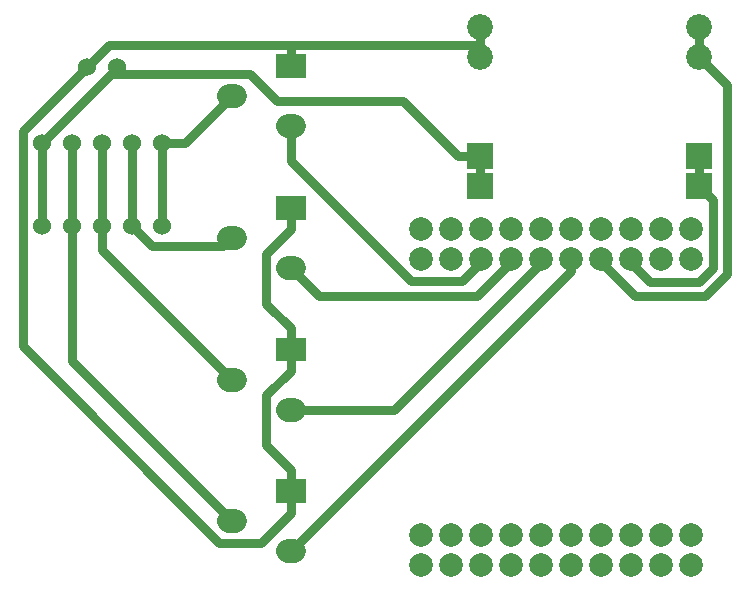
<source format=gbl>
G04 Layer: BottomLayer*
G04 EasyEDA v6.4.25, 2021-10-28T21:29:07+02:00*
G04 1e849160e92242f7ba3bdc0c984c9892,d4fee26373094fa09ce5a0d27c2d2193,10*
G04 Gerber Generator version 0.2*
G04 Scale: 100 percent, Rotated: No, Reflected: No *
G04 Dimensions in millimeters *
G04 leading zeros omitted , absolute positions ,4 integer and 5 decimal *
%FSLAX45Y45*%
%MOMM*%

%ADD11C,2.0000*%
%ADD12C,1.5240*%
%ADD14R,2.1840X2.1840*%
%ADD15C,2.1840*%
%ADD16C,0.8000*%

%LPD*%
D16*
X2499995Y-1053998D02*
G01*
X2499995Y-1348486D01*
X3518255Y-2366746D01*
X3944747Y-2366746D01*
X4107611Y-2203881D01*
X4107611Y-2180589D01*
X2499995Y-4653991D02*
G01*
X4869611Y-2284374D01*
X4869611Y-2180589D01*
X5952109Y-216001D02*
G01*
X5952109Y-470001D01*
X5123611Y-2180589D02*
G01*
X5123611Y-2204973D01*
X5414238Y-2495600D01*
X6004610Y-2495600D01*
X6192647Y-2307564D01*
X6192647Y-710539D01*
X5952109Y-470001D01*
X5952109Y-1305991D02*
G01*
X5952109Y-1559991D01*
X5952109Y-1559991D02*
G01*
X6071844Y-1679727D01*
X6071844Y-2258288D01*
X5954801Y-2375331D01*
X5541568Y-2375331D01*
X5377611Y-2211374D01*
X5377611Y-2180589D01*
X4102100Y-1559991D02*
G01*
X4102100Y-1306093D01*
X1026998Y-549986D02*
G01*
X1026998Y-614959D01*
X1026998Y-614959D02*
G01*
X2156155Y-614959D01*
X2383739Y-842543D01*
X3449142Y-842543D01*
X3912692Y-1306093D01*
X4102100Y-1306093D02*
G01*
X3912692Y-1306093D01*
X1026998Y-614959D02*
G01*
X977036Y-614959D01*
X391998Y-1199997D01*
X391998Y-1199997D02*
G01*
X391998Y-1899996D01*
X1999995Y-4399991D02*
G01*
X645998Y-3045993D01*
X645998Y-1899996D01*
X645998Y-1199997D02*
G01*
X645998Y-1899996D01*
X1999995Y-3199993D02*
G01*
X899998Y-2099995D01*
X899998Y-1899996D01*
X899998Y-1199997D02*
G01*
X899998Y-1899996D01*
X1999995Y-1999995D02*
G01*
X1928190Y-2071801D01*
X1325803Y-2071801D01*
X1153998Y-1899996D01*
X1153998Y-1199997D02*
G01*
X1153998Y-1899996D01*
X1999995Y-799998D02*
G01*
X1599996Y-1199997D01*
X1407998Y-1199997D01*
X1407998Y-1199997D02*
G01*
X1407998Y-1899996D01*
X4102100Y-365709D02*
G01*
X2499995Y-365709D01*
X4102100Y-216001D02*
G01*
X4102100Y-365709D01*
X4102100Y-365709D02*
G01*
X4102100Y-470001D01*
X2499995Y-1926285D02*
G01*
X2292705Y-2133574D01*
X2292705Y-2558414D01*
X2499995Y-2765704D01*
X2499995Y-1745995D02*
G01*
X2499995Y-1926285D01*
X2499995Y-2855848D02*
G01*
X2499995Y-2765704D01*
X2499995Y-2855848D02*
G01*
X2499995Y-2945993D01*
X2499995Y-3126282D02*
G01*
X2292705Y-3333572D01*
X2292705Y-3758412D01*
X2499995Y-3965702D01*
X2499995Y-2945993D02*
G01*
X2499995Y-3126282D01*
X2499995Y-4145991D02*
G01*
X2499995Y-3965702D01*
X2499995Y-455853D02*
G01*
X2499995Y-365709D01*
X2499995Y-455853D02*
G01*
X2499995Y-545998D01*
X2499995Y-365709D02*
G01*
X957275Y-365709D01*
X772998Y-549986D01*
X772998Y-549986D02*
G01*
X228219Y-1094765D01*
X228219Y-2919298D01*
X1890521Y-4581601D01*
X2244674Y-4581601D01*
X2499995Y-4326280D01*
X2499995Y-4145991D02*
G01*
X2499995Y-4326280D01*
X2499995Y-2253995D02*
G01*
X2739720Y-2493721D01*
X4074109Y-2493721D01*
X4361611Y-2206218D01*
X4361611Y-2180589D01*
X2499995Y-3453993D02*
G01*
X3375685Y-3453993D01*
X4615611Y-2214067D01*
X4615611Y-2180589D01*
D11*
G01*
X3599611Y-2180589D03*
G01*
X3853611Y-2180589D03*
G01*
X4107611Y-2180589D03*
G01*
X4361611Y-2180589D03*
G01*
X4615611Y-2180589D03*
G01*
X4869611Y-2180589D03*
G01*
X5123611Y-2180589D03*
G01*
X5377611Y-2180589D03*
G01*
X5885611Y-2180589D03*
G01*
X5631611Y-2180589D03*
G01*
X3599611Y-4517389D03*
G01*
X3853611Y-4517389D03*
G01*
X4107611Y-4517389D03*
G01*
X4361611Y-4517389D03*
G01*
X4615611Y-4517389D03*
G01*
X4869611Y-4517389D03*
G01*
X5123611Y-4517389D03*
G01*
X5377611Y-4517389D03*
G01*
X5885611Y-4517389D03*
G01*
X5631611Y-4517389D03*
G01*
X3599611Y-4771389D03*
G01*
X3853611Y-4771389D03*
G01*
X4107611Y-4771389D03*
G01*
X4361611Y-4771389D03*
G01*
X4615611Y-4771389D03*
G01*
X4869611Y-4771389D03*
G01*
X5123611Y-4771389D03*
G01*
X5377611Y-4771389D03*
G01*
X5631611Y-4771389D03*
G01*
X5885611Y-4771389D03*
G01*
X3599611Y-1926589D03*
G01*
X3853611Y-1926589D03*
G01*
X4107611Y-1926589D03*
G01*
X4361611Y-1926589D03*
G01*
X4615611Y-1926589D03*
G01*
X4869611Y-1926589D03*
G01*
X5123611Y-1926589D03*
G01*
X5377611Y-1926589D03*
G01*
X5631611Y-1926589D03*
G01*
X5885611Y-1926589D03*
D12*
G01*
X391998Y-1899996D03*
G01*
X645998Y-1899996D03*
G01*
X899998Y-1899996D03*
G01*
X1153998Y-1899996D03*
G01*
X1407998Y-1899996D03*
G01*
X391998Y-1199997D03*
G01*
X645998Y-1199997D03*
G01*
X899998Y-1199997D03*
G01*
X1153998Y-1199997D03*
G01*
X1407998Y-1199997D03*
G36*
X2624968Y-4045922D02*
G01*
X2624968Y-4246074D01*
X2375032Y-4246074D01*
X2375032Y-4045922D01*
G37*
G36*
X2624968Y-2845925D02*
G01*
X2624968Y-3046077D01*
X2375032Y-3046077D01*
X2375032Y-2845925D01*
G37*
G36*
X2624968Y-1645925D02*
G01*
X2624968Y-1846077D01*
X2375032Y-1846077D01*
X2375032Y-1645925D01*
G37*
G36*
X2624968Y-445924D02*
G01*
X2624968Y-646076D01*
X2375032Y-646076D01*
X2375032Y-445924D01*
G37*
D14*
G01*
X4102100Y-1559991D03*
G01*
X4102100Y-1306093D03*
D15*
G01*
X4102100Y-470001D03*
G01*
X4102100Y-216001D03*
D14*
G01*
X5952109Y-1559991D03*
G01*
X5952109Y-1305991D03*
D15*
G01*
X5952109Y-470001D03*
G01*
X5952109Y-216001D03*
D12*
G01*
X772998Y-550011D03*
G01*
X1026998Y-550011D03*
D11*
X2524996Y-4653991D02*
G01*
X2474996Y-4653991D01*
X2024994Y-4399991D02*
G01*
X1974997Y-4399991D01*
X2524996Y-3453993D02*
G01*
X2474996Y-3453993D01*
X2024994Y-3199993D02*
G01*
X1974997Y-3199993D01*
X2524996Y-2253995D02*
G01*
X2474996Y-2253995D01*
X2024994Y-1999995D02*
G01*
X1974997Y-1999995D01*
X2524996Y-1053998D02*
G01*
X2474996Y-1053998D01*
X2024994Y-799998D02*
G01*
X1974997Y-799998D01*
M02*

</source>
